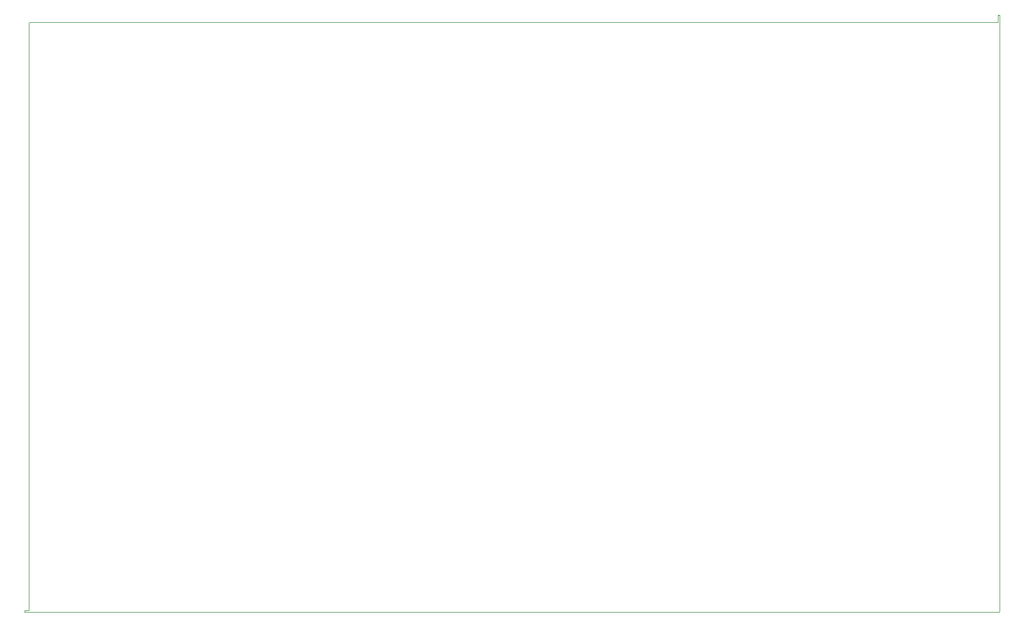
<source format=gbr>
G04 Layer_Color=0*
%FSLAX25Y25*%
%MOIN*%
%TF.FileFunction,Profile*%
%TF.Part,Single*%
G01*
G75*
%TA.AperFunction,Profile*%
%ADD16C,0.00100*%
D16*
X265500Y393498D02*
G03*
X265500Y394501I0J501D01*
G01*
X267999D01*
Y747500D01*
D02*
G02*
X268500Y748001I501J0D01*
G01*
X850498D01*
Y752500D01*
D02*
G03*
X851501Y752500I501J0D01*
G01*
Y394000D01*
D02*
G02*
X851000Y393498I-501J0D01*
G01*
X265500D01*
%TF.MD5,CC1F3E05EDDF6441336FD529D6DF1939*%
M02*

</source>
